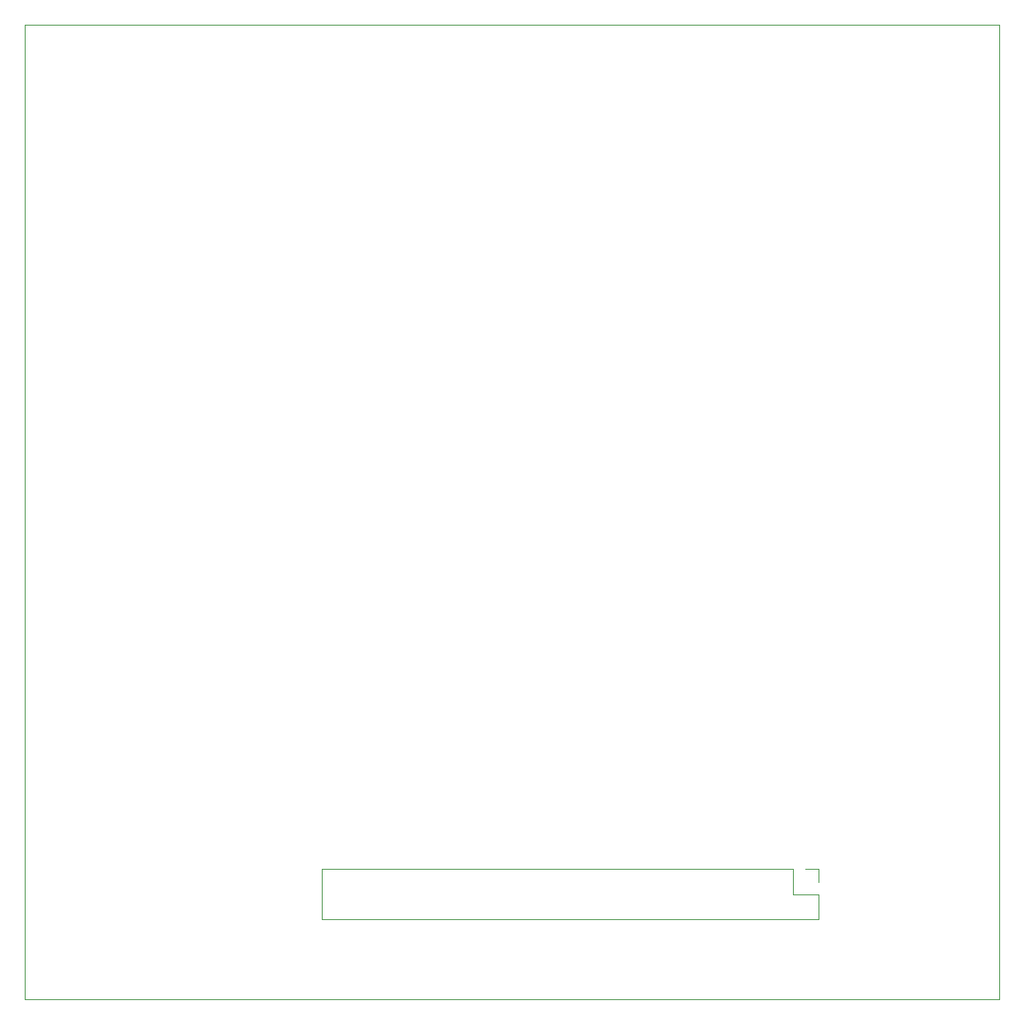
<source format=gbr>
%TF.GenerationSoftware,KiCad,Pcbnew,(5.1.6)-1*%
%TF.CreationDate,2020-12-29T15:10:31+01:00*%
%TF.ProjectId,AudioBoard,41756469-6f42-46f6-9172-642e6b696361,rev?*%
%TF.SameCoordinates,Original*%
%TF.FileFunction,Legend,Bot*%
%TF.FilePolarity,Positive*%
%FSLAX46Y46*%
G04 Gerber Fmt 4.6, Leading zero omitted, Abs format (unit mm)*
G04 Created by KiCad (PCBNEW (5.1.6)-1) date 2020-12-29 15:10:31*
%MOMM*%
%LPD*%
G01*
G04 APERTURE LIST*
%TA.AperFunction,Profile*%
%ADD10C,0.050000*%
%TD*%
%ADD11C,0.120000*%
G04 APERTURE END LIST*
D10*
X50000000Y-150000000D02*
X50000000Y-50000000D01*
X50000000Y-50000000D02*
X150000000Y-50000000D01*
X150000000Y-150000000D02*
X50000000Y-150000000D01*
X150000000Y-50000000D02*
X150000000Y-150000000D01*
D11*
%TO.C,REF\u002A\u002A*%
X80502000Y-141792000D02*
X80502000Y-136592000D01*
X128822000Y-139192000D02*
X128822000Y-136592000D01*
X128822000Y-136592000D02*
X80502000Y-136592000D01*
X131422000Y-137922000D02*
X131422000Y-136592000D01*
X131422000Y-141792000D02*
X80502000Y-141792000D01*
X131422000Y-139192000D02*
X128822000Y-139192000D01*
X131422000Y-136592000D02*
X130092000Y-136592000D01*
X131422000Y-141792000D02*
X131422000Y-139192000D01*
%TD*%
M02*

</source>
